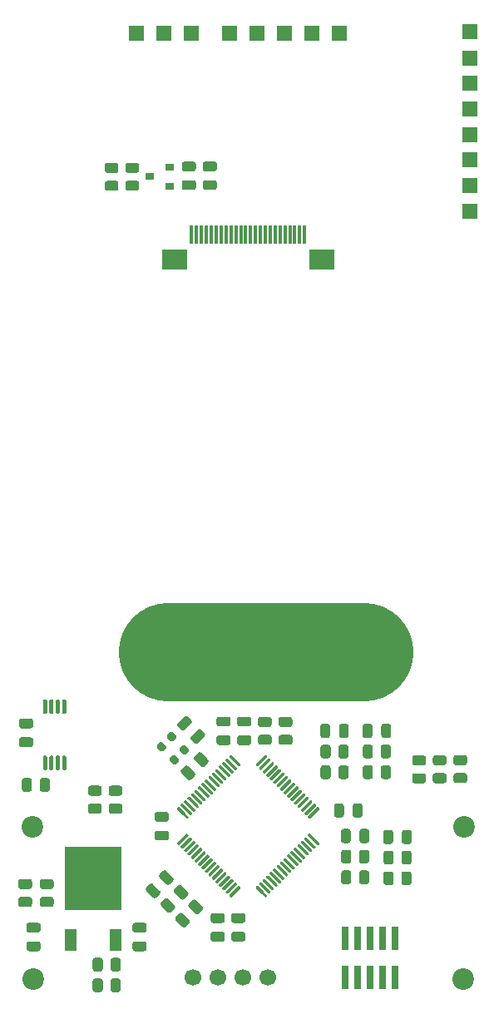
<source format=gbs>
G04 #@! TF.GenerationSoftware,KiCad,Pcbnew,(5.1.12)-1*
G04 #@! TF.CreationDate,2022-09-28T12:59:49-05:00*
G04 #@! TF.ProjectId,Controller_Borad,436f6e74-726f-46c6-9c65-725f426f7261,rev?*
G04 #@! TF.SameCoordinates,Original*
G04 #@! TF.FileFunction,Soldermask,Bot*
G04 #@! TF.FilePolarity,Negative*
%FSLAX46Y46*%
G04 Gerber Fmt 4.6, Leading zero omitted, Abs format (unit mm)*
G04 Created by KiCad (PCBNEW (5.1.12)-1) date 2022-09-28 12:59:49*
%MOMM*%
%LPD*%
G01*
G04 APERTURE LIST*
%ADD10O,30.000000X10.000000*%
%ADD11R,2.500000X2.000000*%
%ADD12R,0.300000X1.900000*%
%ADD13C,2.200000*%
%ADD14R,1.500000X1.500000*%
%ADD15R,0.900000X0.800000*%
%ADD16R,0.740000X2.400000*%
%ADD17R,5.800000X6.400000*%
%ADD18R,1.200000X2.200000*%
%ADD19C,1.700000*%
G04 APERTURE END LIST*
D10*
X241800000Y-101000000D03*
D11*
X232500000Y-61000000D03*
X247500000Y-61000000D03*
D12*
X245750000Y-58500000D03*
X245250000Y-58500000D03*
X244750000Y-58500000D03*
X244250000Y-58500000D03*
X243750000Y-58500000D03*
X243250000Y-58500000D03*
X242750000Y-58500000D03*
X242250000Y-58500000D03*
X241750000Y-58500000D03*
X241250000Y-58500000D03*
X240750000Y-58500000D03*
X240250000Y-58500000D03*
X239750000Y-58500000D03*
X239250000Y-58500000D03*
X238750000Y-58500000D03*
X238250000Y-58500000D03*
X237750000Y-58500000D03*
X237250000Y-58500000D03*
X236750000Y-58500000D03*
X236250000Y-58500000D03*
X235750000Y-58500000D03*
X235250000Y-58500000D03*
X234750000Y-58500000D03*
X234250000Y-58500000D03*
D13*
X218100000Y-134300000D03*
X218000000Y-118800000D03*
X261900000Y-134300000D03*
X262000000Y-118800000D03*
G36*
G01*
X235204073Y-112617678D02*
X234532322Y-111945927D01*
G75*
G02*
X234532322Y-111592373I176777J176777D01*
G01*
X234885875Y-111238820D01*
G75*
G02*
X235239429Y-111238820I176777J-176777D01*
G01*
X235911180Y-111910571D01*
G75*
G02*
X235911180Y-112264125I-176777J-176777D01*
G01*
X235557627Y-112617678D01*
G75*
G02*
X235204073Y-112617678I-176777J176777D01*
G01*
G37*
G36*
G01*
X233860571Y-113961180D02*
X233188820Y-113289429D01*
G75*
G02*
X233188820Y-112935875I176777J176777D01*
G01*
X233542373Y-112582322D01*
G75*
G02*
X233895927Y-112582322I176777J-176777D01*
G01*
X234567678Y-113254073D01*
G75*
G02*
X234567678Y-113607627I-176777J-176777D01*
G01*
X234214125Y-113961180D01*
G75*
G02*
X233860571Y-113961180I-176777J176777D01*
G01*
G37*
G36*
G01*
X234182322Y-109554073D02*
X234854073Y-108882322D01*
G75*
G02*
X235207627Y-108882322I176777J-176777D01*
G01*
X235561180Y-109235875D01*
G75*
G02*
X235561180Y-109589429I-176777J-176777D01*
G01*
X234889429Y-110261180D01*
G75*
G02*
X234535875Y-110261180I-176777J176777D01*
G01*
X234182322Y-109907627D01*
G75*
G02*
X234182322Y-109554073I176777J176777D01*
G01*
G37*
G36*
G01*
X232838820Y-108210571D02*
X233510571Y-107538820D01*
G75*
G02*
X233864125Y-107538820I176777J-176777D01*
G01*
X234217678Y-107892373D01*
G75*
G02*
X234217678Y-108245927I-176777J-176777D01*
G01*
X233545927Y-108917678D01*
G75*
G02*
X233192373Y-108917678I-176777J176777D01*
G01*
X232838820Y-108564125D01*
G75*
G02*
X232838820Y-108210571I176777J176777D01*
G01*
G37*
G36*
G01*
X232588908Y-111473833D02*
X232942461Y-111827386D01*
G75*
G02*
X232942461Y-112110228I-141421J-141421D01*
G01*
X232659618Y-112393071D01*
G75*
G02*
X232376776Y-112393071I-141421J141421D01*
G01*
X232023223Y-112039518D01*
G75*
G02*
X232023223Y-111756676I141421J141421D01*
G01*
X232306066Y-111473833D01*
G75*
G02*
X232588908Y-111473833I141421J-141421D01*
G01*
G37*
G36*
G01*
X233614213Y-110448528D02*
X233967766Y-110802081D01*
G75*
G02*
X233967766Y-111084923I-141421J-141421D01*
G01*
X233684923Y-111367766D01*
G75*
G02*
X233402081Y-111367766I-141421J141421D01*
G01*
X233048528Y-111014213D01*
G75*
G02*
X233048528Y-110731371I141421J141421D01*
G01*
X233331371Y-110448528D01*
G75*
G02*
X233614213Y-110448528I141421J-141421D01*
G01*
G37*
G36*
G01*
X231280761Y-110165686D02*
X231634314Y-110519239D01*
G75*
G02*
X231634314Y-110802081I-141421J-141421D01*
G01*
X231351471Y-111084924D01*
G75*
G02*
X231068629Y-111084924I-141421J141421D01*
G01*
X230715076Y-110731371D01*
G75*
G02*
X230715076Y-110448529I141421J141421D01*
G01*
X230997919Y-110165686D01*
G75*
G02*
X231280761Y-110165686I141421J-141421D01*
G01*
G37*
G36*
G01*
X232306066Y-109140381D02*
X232659619Y-109493934D01*
G75*
G02*
X232659619Y-109776776I-141421J-141421D01*
G01*
X232376776Y-110059619D01*
G75*
G02*
X232093934Y-110059619I-141421J141421D01*
G01*
X231740381Y-109706066D01*
G75*
G02*
X231740381Y-109423224I141421J141421D01*
G01*
X232023224Y-109140381D01*
G75*
G02*
X232306066Y-109140381I141421J-141421D01*
G01*
G37*
G36*
G01*
X219225000Y-111525000D02*
X219425000Y-111525000D01*
G75*
G02*
X219525000Y-111625000I0J-100000D01*
G01*
X219525000Y-112900000D01*
G75*
G02*
X219425000Y-113000000I-100000J0D01*
G01*
X219225000Y-113000000D01*
G75*
G02*
X219125000Y-112900000I0J100000D01*
G01*
X219125000Y-111625000D01*
G75*
G02*
X219225000Y-111525000I100000J0D01*
G01*
G37*
G36*
G01*
X219875000Y-111525000D02*
X220075000Y-111525000D01*
G75*
G02*
X220175000Y-111625000I0J-100000D01*
G01*
X220175000Y-112900000D01*
G75*
G02*
X220075000Y-113000000I-100000J0D01*
G01*
X219875000Y-113000000D01*
G75*
G02*
X219775000Y-112900000I0J100000D01*
G01*
X219775000Y-111625000D01*
G75*
G02*
X219875000Y-111525000I100000J0D01*
G01*
G37*
G36*
G01*
X220525000Y-111525000D02*
X220725000Y-111525000D01*
G75*
G02*
X220825000Y-111625000I0J-100000D01*
G01*
X220825000Y-112900000D01*
G75*
G02*
X220725000Y-113000000I-100000J0D01*
G01*
X220525000Y-113000000D01*
G75*
G02*
X220425000Y-112900000I0J100000D01*
G01*
X220425000Y-111625000D01*
G75*
G02*
X220525000Y-111525000I100000J0D01*
G01*
G37*
G36*
G01*
X221175000Y-111525000D02*
X221375000Y-111525000D01*
G75*
G02*
X221475000Y-111625000I0J-100000D01*
G01*
X221475000Y-112900000D01*
G75*
G02*
X221375000Y-113000000I-100000J0D01*
G01*
X221175000Y-113000000D01*
G75*
G02*
X221075000Y-112900000I0J100000D01*
G01*
X221075000Y-111625000D01*
G75*
G02*
X221175000Y-111525000I100000J0D01*
G01*
G37*
G36*
G01*
X221175000Y-105800000D02*
X221375000Y-105800000D01*
G75*
G02*
X221475000Y-105900000I0J-100000D01*
G01*
X221475000Y-107175000D01*
G75*
G02*
X221375000Y-107275000I-100000J0D01*
G01*
X221175000Y-107275000D01*
G75*
G02*
X221075000Y-107175000I0J100000D01*
G01*
X221075000Y-105900000D01*
G75*
G02*
X221175000Y-105800000I100000J0D01*
G01*
G37*
G36*
G01*
X220525000Y-105800000D02*
X220725000Y-105800000D01*
G75*
G02*
X220825000Y-105900000I0J-100000D01*
G01*
X220825000Y-107175000D01*
G75*
G02*
X220725000Y-107275000I-100000J0D01*
G01*
X220525000Y-107275000D01*
G75*
G02*
X220425000Y-107175000I0J100000D01*
G01*
X220425000Y-105900000D01*
G75*
G02*
X220525000Y-105800000I100000J0D01*
G01*
G37*
G36*
G01*
X219875000Y-105800000D02*
X220075000Y-105800000D01*
G75*
G02*
X220175000Y-105900000I0J-100000D01*
G01*
X220175000Y-107175000D01*
G75*
G02*
X220075000Y-107275000I-100000J0D01*
G01*
X219875000Y-107275000D01*
G75*
G02*
X219775000Y-107175000I0J100000D01*
G01*
X219775000Y-105900000D01*
G75*
G02*
X219875000Y-105800000I100000J0D01*
G01*
G37*
G36*
G01*
X219225000Y-105800000D02*
X219425000Y-105800000D01*
G75*
G02*
X219525000Y-105900000I0J-100000D01*
G01*
X219525000Y-107175000D01*
G75*
G02*
X219425000Y-107275000I-100000J0D01*
G01*
X219225000Y-107275000D01*
G75*
G02*
X219125000Y-107175000I0J100000D01*
G01*
X219125000Y-105900000D01*
G75*
G02*
X219225000Y-105800000I100000J0D01*
G01*
G37*
G36*
G01*
X247230167Y-116985266D02*
X246293251Y-117922182D01*
G75*
G02*
X246187185Y-117922182I-53033J53033D01*
G01*
X246081119Y-117816116D01*
G75*
G02*
X246081119Y-117710050I53033J53033D01*
G01*
X247018035Y-116773134D01*
G75*
G02*
X247124101Y-116773134I53033J-53033D01*
G01*
X247230167Y-116879200D01*
G75*
G02*
X247230167Y-116985266I-53033J-53033D01*
G01*
G37*
G36*
G01*
X246876613Y-116631713D02*
X245939697Y-117568629D01*
G75*
G02*
X245833631Y-117568629I-53033J53033D01*
G01*
X245727565Y-117462563D01*
G75*
G02*
X245727565Y-117356497I53033J53033D01*
G01*
X246664481Y-116419581D01*
G75*
G02*
X246770547Y-116419581I53033J-53033D01*
G01*
X246876613Y-116525647D01*
G75*
G02*
X246876613Y-116631713I-53033J-53033D01*
G01*
G37*
G36*
G01*
X246523060Y-116278159D02*
X245586144Y-117215075D01*
G75*
G02*
X245480078Y-117215075I-53033J53033D01*
G01*
X245374012Y-117109009D01*
G75*
G02*
X245374012Y-117002943I53033J53033D01*
G01*
X246310928Y-116066027D01*
G75*
G02*
X246416994Y-116066027I53033J-53033D01*
G01*
X246523060Y-116172093D01*
G75*
G02*
X246523060Y-116278159I-53033J-53033D01*
G01*
G37*
G36*
G01*
X246169506Y-115924606D02*
X245232590Y-116861522D01*
G75*
G02*
X245126524Y-116861522I-53033J53033D01*
G01*
X245020458Y-116755456D01*
G75*
G02*
X245020458Y-116649390I53033J53033D01*
G01*
X245957374Y-115712474D01*
G75*
G02*
X246063440Y-115712474I53033J-53033D01*
G01*
X246169506Y-115818540D01*
G75*
G02*
X246169506Y-115924606I-53033J-53033D01*
G01*
G37*
G36*
G01*
X245815953Y-115571053D02*
X244879037Y-116507969D01*
G75*
G02*
X244772971Y-116507969I-53033J53033D01*
G01*
X244666905Y-116401903D01*
G75*
G02*
X244666905Y-116295837I53033J53033D01*
G01*
X245603821Y-115358921D01*
G75*
G02*
X245709887Y-115358921I53033J-53033D01*
G01*
X245815953Y-115464987D01*
G75*
G02*
X245815953Y-115571053I-53033J-53033D01*
G01*
G37*
G36*
G01*
X245462400Y-115217499D02*
X244525484Y-116154415D01*
G75*
G02*
X244419418Y-116154415I-53033J53033D01*
G01*
X244313352Y-116048349D01*
G75*
G02*
X244313352Y-115942283I53033J53033D01*
G01*
X245250268Y-115005367D01*
G75*
G02*
X245356334Y-115005367I53033J-53033D01*
G01*
X245462400Y-115111433D01*
G75*
G02*
X245462400Y-115217499I-53033J-53033D01*
G01*
G37*
G36*
G01*
X245108846Y-114863946D02*
X244171930Y-115800862D01*
G75*
G02*
X244065864Y-115800862I-53033J53033D01*
G01*
X243959798Y-115694796D01*
G75*
G02*
X243959798Y-115588730I53033J53033D01*
G01*
X244896714Y-114651814D01*
G75*
G02*
X245002780Y-114651814I53033J-53033D01*
G01*
X245108846Y-114757880D01*
G75*
G02*
X245108846Y-114863946I-53033J-53033D01*
G01*
G37*
G36*
G01*
X244755293Y-114510393D02*
X243818377Y-115447309D01*
G75*
G02*
X243712311Y-115447309I-53033J53033D01*
G01*
X243606245Y-115341243D01*
G75*
G02*
X243606245Y-115235177I53033J53033D01*
G01*
X244543161Y-114298261D01*
G75*
G02*
X244649227Y-114298261I53033J-53033D01*
G01*
X244755293Y-114404327D01*
G75*
G02*
X244755293Y-114510393I-53033J-53033D01*
G01*
G37*
G36*
G01*
X244401739Y-114156839D02*
X243464823Y-115093755D01*
G75*
G02*
X243358757Y-115093755I-53033J53033D01*
G01*
X243252691Y-114987689D01*
G75*
G02*
X243252691Y-114881623I53033J53033D01*
G01*
X244189607Y-113944707D01*
G75*
G02*
X244295673Y-113944707I53033J-53033D01*
G01*
X244401739Y-114050773D01*
G75*
G02*
X244401739Y-114156839I-53033J-53033D01*
G01*
G37*
G36*
G01*
X244048186Y-113803286D02*
X243111270Y-114740202D01*
G75*
G02*
X243005204Y-114740202I-53033J53033D01*
G01*
X242899138Y-114634136D01*
G75*
G02*
X242899138Y-114528070I53033J53033D01*
G01*
X243836054Y-113591154D01*
G75*
G02*
X243942120Y-113591154I53033J-53033D01*
G01*
X244048186Y-113697220D01*
G75*
G02*
X244048186Y-113803286I-53033J-53033D01*
G01*
G37*
G36*
G01*
X243694633Y-113449732D02*
X242757717Y-114386648D01*
G75*
G02*
X242651651Y-114386648I-53033J53033D01*
G01*
X242545585Y-114280582D01*
G75*
G02*
X242545585Y-114174516I53033J53033D01*
G01*
X243482501Y-113237600D01*
G75*
G02*
X243588567Y-113237600I53033J-53033D01*
G01*
X243694633Y-113343666D01*
G75*
G02*
X243694633Y-113449732I-53033J-53033D01*
G01*
G37*
G36*
G01*
X243341079Y-113096179D02*
X242404163Y-114033095D01*
G75*
G02*
X242298097Y-114033095I-53033J53033D01*
G01*
X242192031Y-113927029D01*
G75*
G02*
X242192031Y-113820963I53033J53033D01*
G01*
X243128947Y-112884047D01*
G75*
G02*
X243235013Y-112884047I53033J-53033D01*
G01*
X243341079Y-112990113D01*
G75*
G02*
X243341079Y-113096179I-53033J-53033D01*
G01*
G37*
G36*
G01*
X242987526Y-112742626D02*
X242050610Y-113679542D01*
G75*
G02*
X241944544Y-113679542I-53033J53033D01*
G01*
X241838478Y-113573476D01*
G75*
G02*
X241838478Y-113467410I53033J53033D01*
G01*
X242775394Y-112530494D01*
G75*
G02*
X242881460Y-112530494I53033J-53033D01*
G01*
X242987526Y-112636560D01*
G75*
G02*
X242987526Y-112742626I-53033J-53033D01*
G01*
G37*
G36*
G01*
X242633973Y-112389072D02*
X241697057Y-113325988D01*
G75*
G02*
X241590991Y-113325988I-53033J53033D01*
G01*
X241484925Y-113219922D01*
G75*
G02*
X241484925Y-113113856I53033J53033D01*
G01*
X242421841Y-112176940D01*
G75*
G02*
X242527907Y-112176940I53033J-53033D01*
G01*
X242633973Y-112283006D01*
G75*
G02*
X242633973Y-112389072I-53033J-53033D01*
G01*
G37*
G36*
G01*
X242280419Y-112035519D02*
X241343503Y-112972435D01*
G75*
G02*
X241237437Y-112972435I-53033J53033D01*
G01*
X241131371Y-112866369D01*
G75*
G02*
X241131371Y-112760303I53033J53033D01*
G01*
X242068287Y-111823387D01*
G75*
G02*
X242174353Y-111823387I53033J-53033D01*
G01*
X242280419Y-111929453D01*
G75*
G02*
X242280419Y-112035519I-53033J-53033D01*
G01*
G37*
G36*
G01*
X241926866Y-111681965D02*
X240989950Y-112618881D01*
G75*
G02*
X240883884Y-112618881I-53033J53033D01*
G01*
X240777818Y-112512815D01*
G75*
G02*
X240777818Y-112406749I53033J53033D01*
G01*
X241714734Y-111469833D01*
G75*
G02*
X241820800Y-111469833I53033J-53033D01*
G01*
X241926866Y-111575899D01*
G75*
G02*
X241926866Y-111681965I-53033J-53033D01*
G01*
G37*
G36*
G01*
X239222182Y-112512815D02*
X239116116Y-112618881D01*
G75*
G02*
X239010050Y-112618881I-53033J53033D01*
G01*
X238073134Y-111681965D01*
G75*
G02*
X238073134Y-111575899I53033J53033D01*
G01*
X238179200Y-111469833D01*
G75*
G02*
X238285266Y-111469833I53033J-53033D01*
G01*
X239222182Y-112406749D01*
G75*
G02*
X239222182Y-112512815I-53033J-53033D01*
G01*
G37*
G36*
G01*
X238868629Y-112866369D02*
X238762563Y-112972435D01*
G75*
G02*
X238656497Y-112972435I-53033J53033D01*
G01*
X237719581Y-112035519D01*
G75*
G02*
X237719581Y-111929453I53033J53033D01*
G01*
X237825647Y-111823387D01*
G75*
G02*
X237931713Y-111823387I53033J-53033D01*
G01*
X238868629Y-112760303D01*
G75*
G02*
X238868629Y-112866369I-53033J-53033D01*
G01*
G37*
G36*
G01*
X238515075Y-113219922D02*
X238409009Y-113325988D01*
G75*
G02*
X238302943Y-113325988I-53033J53033D01*
G01*
X237366027Y-112389072D01*
G75*
G02*
X237366027Y-112283006I53033J53033D01*
G01*
X237472093Y-112176940D01*
G75*
G02*
X237578159Y-112176940I53033J-53033D01*
G01*
X238515075Y-113113856D01*
G75*
G02*
X238515075Y-113219922I-53033J-53033D01*
G01*
G37*
G36*
G01*
X238161522Y-113573476D02*
X238055456Y-113679542D01*
G75*
G02*
X237949390Y-113679542I-53033J53033D01*
G01*
X237012474Y-112742626D01*
G75*
G02*
X237012474Y-112636560I53033J53033D01*
G01*
X237118540Y-112530494D01*
G75*
G02*
X237224606Y-112530494I53033J-53033D01*
G01*
X238161522Y-113467410D01*
G75*
G02*
X238161522Y-113573476I-53033J-53033D01*
G01*
G37*
G36*
G01*
X237807969Y-113927029D02*
X237701903Y-114033095D01*
G75*
G02*
X237595837Y-114033095I-53033J53033D01*
G01*
X236658921Y-113096179D01*
G75*
G02*
X236658921Y-112990113I53033J53033D01*
G01*
X236764987Y-112884047D01*
G75*
G02*
X236871053Y-112884047I53033J-53033D01*
G01*
X237807969Y-113820963D01*
G75*
G02*
X237807969Y-113927029I-53033J-53033D01*
G01*
G37*
G36*
G01*
X237454415Y-114280582D02*
X237348349Y-114386648D01*
G75*
G02*
X237242283Y-114386648I-53033J53033D01*
G01*
X236305367Y-113449732D01*
G75*
G02*
X236305367Y-113343666I53033J53033D01*
G01*
X236411433Y-113237600D01*
G75*
G02*
X236517499Y-113237600I53033J-53033D01*
G01*
X237454415Y-114174516D01*
G75*
G02*
X237454415Y-114280582I-53033J-53033D01*
G01*
G37*
G36*
G01*
X237100862Y-114634136D02*
X236994796Y-114740202D01*
G75*
G02*
X236888730Y-114740202I-53033J53033D01*
G01*
X235951814Y-113803286D01*
G75*
G02*
X235951814Y-113697220I53033J53033D01*
G01*
X236057880Y-113591154D01*
G75*
G02*
X236163946Y-113591154I53033J-53033D01*
G01*
X237100862Y-114528070D01*
G75*
G02*
X237100862Y-114634136I-53033J-53033D01*
G01*
G37*
G36*
G01*
X236747309Y-114987689D02*
X236641243Y-115093755D01*
G75*
G02*
X236535177Y-115093755I-53033J53033D01*
G01*
X235598261Y-114156839D01*
G75*
G02*
X235598261Y-114050773I53033J53033D01*
G01*
X235704327Y-113944707D01*
G75*
G02*
X235810393Y-113944707I53033J-53033D01*
G01*
X236747309Y-114881623D01*
G75*
G02*
X236747309Y-114987689I-53033J-53033D01*
G01*
G37*
G36*
G01*
X236393755Y-115341243D02*
X236287689Y-115447309D01*
G75*
G02*
X236181623Y-115447309I-53033J53033D01*
G01*
X235244707Y-114510393D01*
G75*
G02*
X235244707Y-114404327I53033J53033D01*
G01*
X235350773Y-114298261D01*
G75*
G02*
X235456839Y-114298261I53033J-53033D01*
G01*
X236393755Y-115235177D01*
G75*
G02*
X236393755Y-115341243I-53033J-53033D01*
G01*
G37*
G36*
G01*
X236040202Y-115694796D02*
X235934136Y-115800862D01*
G75*
G02*
X235828070Y-115800862I-53033J53033D01*
G01*
X234891154Y-114863946D01*
G75*
G02*
X234891154Y-114757880I53033J53033D01*
G01*
X234997220Y-114651814D01*
G75*
G02*
X235103286Y-114651814I53033J-53033D01*
G01*
X236040202Y-115588730D01*
G75*
G02*
X236040202Y-115694796I-53033J-53033D01*
G01*
G37*
G36*
G01*
X235686648Y-116048349D02*
X235580582Y-116154415D01*
G75*
G02*
X235474516Y-116154415I-53033J53033D01*
G01*
X234537600Y-115217499D01*
G75*
G02*
X234537600Y-115111433I53033J53033D01*
G01*
X234643666Y-115005367D01*
G75*
G02*
X234749732Y-115005367I53033J-53033D01*
G01*
X235686648Y-115942283D01*
G75*
G02*
X235686648Y-116048349I-53033J-53033D01*
G01*
G37*
G36*
G01*
X235333095Y-116401903D02*
X235227029Y-116507969D01*
G75*
G02*
X235120963Y-116507969I-53033J53033D01*
G01*
X234184047Y-115571053D01*
G75*
G02*
X234184047Y-115464987I53033J53033D01*
G01*
X234290113Y-115358921D01*
G75*
G02*
X234396179Y-115358921I53033J-53033D01*
G01*
X235333095Y-116295837D01*
G75*
G02*
X235333095Y-116401903I-53033J-53033D01*
G01*
G37*
G36*
G01*
X234979542Y-116755456D02*
X234873476Y-116861522D01*
G75*
G02*
X234767410Y-116861522I-53033J53033D01*
G01*
X233830494Y-115924606D01*
G75*
G02*
X233830494Y-115818540I53033J53033D01*
G01*
X233936560Y-115712474D01*
G75*
G02*
X234042626Y-115712474I53033J-53033D01*
G01*
X234979542Y-116649390D01*
G75*
G02*
X234979542Y-116755456I-53033J-53033D01*
G01*
G37*
G36*
G01*
X234625988Y-117109009D02*
X234519922Y-117215075D01*
G75*
G02*
X234413856Y-117215075I-53033J53033D01*
G01*
X233476940Y-116278159D01*
G75*
G02*
X233476940Y-116172093I53033J53033D01*
G01*
X233583006Y-116066027D01*
G75*
G02*
X233689072Y-116066027I53033J-53033D01*
G01*
X234625988Y-117002943D01*
G75*
G02*
X234625988Y-117109009I-53033J-53033D01*
G01*
G37*
G36*
G01*
X234272435Y-117462563D02*
X234166369Y-117568629D01*
G75*
G02*
X234060303Y-117568629I-53033J53033D01*
G01*
X233123387Y-116631713D01*
G75*
G02*
X233123387Y-116525647I53033J53033D01*
G01*
X233229453Y-116419581D01*
G75*
G02*
X233335519Y-116419581I53033J-53033D01*
G01*
X234272435Y-117356497D01*
G75*
G02*
X234272435Y-117462563I-53033J-53033D01*
G01*
G37*
G36*
G01*
X233918881Y-117816116D02*
X233812815Y-117922182D01*
G75*
G02*
X233706749Y-117922182I-53033J53033D01*
G01*
X232769833Y-116985266D01*
G75*
G02*
X232769833Y-116879200I53033J53033D01*
G01*
X232875899Y-116773134D01*
G75*
G02*
X232981965Y-116773134I53033J-53033D01*
G01*
X233918881Y-117710050D01*
G75*
G02*
X233918881Y-117816116I-53033J-53033D01*
G01*
G37*
G36*
G01*
X233918881Y-119689950D02*
X232981965Y-120626866D01*
G75*
G02*
X232875899Y-120626866I-53033J53033D01*
G01*
X232769833Y-120520800D01*
G75*
G02*
X232769833Y-120414734I53033J53033D01*
G01*
X233706749Y-119477818D01*
G75*
G02*
X233812815Y-119477818I53033J-53033D01*
G01*
X233918881Y-119583884D01*
G75*
G02*
X233918881Y-119689950I-53033J-53033D01*
G01*
G37*
G36*
G01*
X234272435Y-120043503D02*
X233335519Y-120980419D01*
G75*
G02*
X233229453Y-120980419I-53033J53033D01*
G01*
X233123387Y-120874353D01*
G75*
G02*
X233123387Y-120768287I53033J53033D01*
G01*
X234060303Y-119831371D01*
G75*
G02*
X234166369Y-119831371I53033J-53033D01*
G01*
X234272435Y-119937437D01*
G75*
G02*
X234272435Y-120043503I-53033J-53033D01*
G01*
G37*
G36*
G01*
X234625988Y-120397057D02*
X233689072Y-121333973D01*
G75*
G02*
X233583006Y-121333973I-53033J53033D01*
G01*
X233476940Y-121227907D01*
G75*
G02*
X233476940Y-121121841I53033J53033D01*
G01*
X234413856Y-120184925D01*
G75*
G02*
X234519922Y-120184925I53033J-53033D01*
G01*
X234625988Y-120290991D01*
G75*
G02*
X234625988Y-120397057I-53033J-53033D01*
G01*
G37*
G36*
G01*
X234979542Y-120750610D02*
X234042626Y-121687526D01*
G75*
G02*
X233936560Y-121687526I-53033J53033D01*
G01*
X233830494Y-121581460D01*
G75*
G02*
X233830494Y-121475394I53033J53033D01*
G01*
X234767410Y-120538478D01*
G75*
G02*
X234873476Y-120538478I53033J-53033D01*
G01*
X234979542Y-120644544D01*
G75*
G02*
X234979542Y-120750610I-53033J-53033D01*
G01*
G37*
G36*
G01*
X235333095Y-121104163D02*
X234396179Y-122041079D01*
G75*
G02*
X234290113Y-122041079I-53033J53033D01*
G01*
X234184047Y-121935013D01*
G75*
G02*
X234184047Y-121828947I53033J53033D01*
G01*
X235120963Y-120892031D01*
G75*
G02*
X235227029Y-120892031I53033J-53033D01*
G01*
X235333095Y-120998097D01*
G75*
G02*
X235333095Y-121104163I-53033J-53033D01*
G01*
G37*
G36*
G01*
X235686648Y-121457717D02*
X234749732Y-122394633D01*
G75*
G02*
X234643666Y-122394633I-53033J53033D01*
G01*
X234537600Y-122288567D01*
G75*
G02*
X234537600Y-122182501I53033J53033D01*
G01*
X235474516Y-121245585D01*
G75*
G02*
X235580582Y-121245585I53033J-53033D01*
G01*
X235686648Y-121351651D01*
G75*
G02*
X235686648Y-121457717I-53033J-53033D01*
G01*
G37*
G36*
G01*
X236040202Y-121811270D02*
X235103286Y-122748186D01*
G75*
G02*
X234997220Y-122748186I-53033J53033D01*
G01*
X234891154Y-122642120D01*
G75*
G02*
X234891154Y-122536054I53033J53033D01*
G01*
X235828070Y-121599138D01*
G75*
G02*
X235934136Y-121599138I53033J-53033D01*
G01*
X236040202Y-121705204D01*
G75*
G02*
X236040202Y-121811270I-53033J-53033D01*
G01*
G37*
G36*
G01*
X236393755Y-122164823D02*
X235456839Y-123101739D01*
G75*
G02*
X235350773Y-123101739I-53033J53033D01*
G01*
X235244707Y-122995673D01*
G75*
G02*
X235244707Y-122889607I53033J53033D01*
G01*
X236181623Y-121952691D01*
G75*
G02*
X236287689Y-121952691I53033J-53033D01*
G01*
X236393755Y-122058757D01*
G75*
G02*
X236393755Y-122164823I-53033J-53033D01*
G01*
G37*
G36*
G01*
X236747309Y-122518377D02*
X235810393Y-123455293D01*
G75*
G02*
X235704327Y-123455293I-53033J53033D01*
G01*
X235598261Y-123349227D01*
G75*
G02*
X235598261Y-123243161I53033J53033D01*
G01*
X236535177Y-122306245D01*
G75*
G02*
X236641243Y-122306245I53033J-53033D01*
G01*
X236747309Y-122412311D01*
G75*
G02*
X236747309Y-122518377I-53033J-53033D01*
G01*
G37*
G36*
G01*
X237100862Y-122871930D02*
X236163946Y-123808846D01*
G75*
G02*
X236057880Y-123808846I-53033J53033D01*
G01*
X235951814Y-123702780D01*
G75*
G02*
X235951814Y-123596714I53033J53033D01*
G01*
X236888730Y-122659798D01*
G75*
G02*
X236994796Y-122659798I53033J-53033D01*
G01*
X237100862Y-122765864D01*
G75*
G02*
X237100862Y-122871930I-53033J-53033D01*
G01*
G37*
G36*
G01*
X237454415Y-123225484D02*
X236517499Y-124162400D01*
G75*
G02*
X236411433Y-124162400I-53033J53033D01*
G01*
X236305367Y-124056334D01*
G75*
G02*
X236305367Y-123950268I53033J53033D01*
G01*
X237242283Y-123013352D01*
G75*
G02*
X237348349Y-123013352I53033J-53033D01*
G01*
X237454415Y-123119418D01*
G75*
G02*
X237454415Y-123225484I-53033J-53033D01*
G01*
G37*
G36*
G01*
X237807969Y-123579037D02*
X236871053Y-124515953D01*
G75*
G02*
X236764987Y-124515953I-53033J53033D01*
G01*
X236658921Y-124409887D01*
G75*
G02*
X236658921Y-124303821I53033J53033D01*
G01*
X237595837Y-123366905D01*
G75*
G02*
X237701903Y-123366905I53033J-53033D01*
G01*
X237807969Y-123472971D01*
G75*
G02*
X237807969Y-123579037I-53033J-53033D01*
G01*
G37*
G36*
G01*
X238161522Y-123932590D02*
X237224606Y-124869506D01*
G75*
G02*
X237118540Y-124869506I-53033J53033D01*
G01*
X237012474Y-124763440D01*
G75*
G02*
X237012474Y-124657374I53033J53033D01*
G01*
X237949390Y-123720458D01*
G75*
G02*
X238055456Y-123720458I53033J-53033D01*
G01*
X238161522Y-123826524D01*
G75*
G02*
X238161522Y-123932590I-53033J-53033D01*
G01*
G37*
G36*
G01*
X238515075Y-124286144D02*
X237578159Y-125223060D01*
G75*
G02*
X237472093Y-125223060I-53033J53033D01*
G01*
X237366027Y-125116994D01*
G75*
G02*
X237366027Y-125010928I53033J53033D01*
G01*
X238302943Y-124074012D01*
G75*
G02*
X238409009Y-124074012I53033J-53033D01*
G01*
X238515075Y-124180078D01*
G75*
G02*
X238515075Y-124286144I-53033J-53033D01*
G01*
G37*
G36*
G01*
X238868629Y-124639697D02*
X237931713Y-125576613D01*
G75*
G02*
X237825647Y-125576613I-53033J53033D01*
G01*
X237719581Y-125470547D01*
G75*
G02*
X237719581Y-125364481I53033J53033D01*
G01*
X238656497Y-124427565D01*
G75*
G02*
X238762563Y-124427565I53033J-53033D01*
G01*
X238868629Y-124533631D01*
G75*
G02*
X238868629Y-124639697I-53033J-53033D01*
G01*
G37*
G36*
G01*
X239222182Y-124993251D02*
X238285266Y-125930167D01*
G75*
G02*
X238179200Y-125930167I-53033J53033D01*
G01*
X238073134Y-125824101D01*
G75*
G02*
X238073134Y-125718035I53033J53033D01*
G01*
X239010050Y-124781119D01*
G75*
G02*
X239116116Y-124781119I53033J-53033D01*
G01*
X239222182Y-124887185D01*
G75*
G02*
X239222182Y-124993251I-53033J-53033D01*
G01*
G37*
G36*
G01*
X241926866Y-125824101D02*
X241820800Y-125930167D01*
G75*
G02*
X241714734Y-125930167I-53033J53033D01*
G01*
X240777818Y-124993251D01*
G75*
G02*
X240777818Y-124887185I53033J53033D01*
G01*
X240883884Y-124781119D01*
G75*
G02*
X240989950Y-124781119I53033J-53033D01*
G01*
X241926866Y-125718035D01*
G75*
G02*
X241926866Y-125824101I-53033J-53033D01*
G01*
G37*
G36*
G01*
X242280419Y-125470547D02*
X242174353Y-125576613D01*
G75*
G02*
X242068287Y-125576613I-53033J53033D01*
G01*
X241131371Y-124639697D01*
G75*
G02*
X241131371Y-124533631I53033J53033D01*
G01*
X241237437Y-124427565D01*
G75*
G02*
X241343503Y-124427565I53033J-53033D01*
G01*
X242280419Y-125364481D01*
G75*
G02*
X242280419Y-125470547I-53033J-53033D01*
G01*
G37*
G36*
G01*
X242633973Y-125116994D02*
X242527907Y-125223060D01*
G75*
G02*
X242421841Y-125223060I-53033J53033D01*
G01*
X241484925Y-124286144D01*
G75*
G02*
X241484925Y-124180078I53033J53033D01*
G01*
X241590991Y-124074012D01*
G75*
G02*
X241697057Y-124074012I53033J-53033D01*
G01*
X242633973Y-125010928D01*
G75*
G02*
X242633973Y-125116994I-53033J-53033D01*
G01*
G37*
G36*
G01*
X242987526Y-124763440D02*
X242881460Y-124869506D01*
G75*
G02*
X242775394Y-124869506I-53033J53033D01*
G01*
X241838478Y-123932590D01*
G75*
G02*
X241838478Y-123826524I53033J53033D01*
G01*
X241944544Y-123720458D01*
G75*
G02*
X242050610Y-123720458I53033J-53033D01*
G01*
X242987526Y-124657374D01*
G75*
G02*
X242987526Y-124763440I-53033J-53033D01*
G01*
G37*
G36*
G01*
X243341079Y-124409887D02*
X243235013Y-124515953D01*
G75*
G02*
X243128947Y-124515953I-53033J53033D01*
G01*
X242192031Y-123579037D01*
G75*
G02*
X242192031Y-123472971I53033J53033D01*
G01*
X242298097Y-123366905D01*
G75*
G02*
X242404163Y-123366905I53033J-53033D01*
G01*
X243341079Y-124303821D01*
G75*
G02*
X243341079Y-124409887I-53033J-53033D01*
G01*
G37*
G36*
G01*
X243694633Y-124056334D02*
X243588567Y-124162400D01*
G75*
G02*
X243482501Y-124162400I-53033J53033D01*
G01*
X242545585Y-123225484D01*
G75*
G02*
X242545585Y-123119418I53033J53033D01*
G01*
X242651651Y-123013352D01*
G75*
G02*
X242757717Y-123013352I53033J-53033D01*
G01*
X243694633Y-123950268D01*
G75*
G02*
X243694633Y-124056334I-53033J-53033D01*
G01*
G37*
G36*
G01*
X244048186Y-123702780D02*
X243942120Y-123808846D01*
G75*
G02*
X243836054Y-123808846I-53033J53033D01*
G01*
X242899138Y-122871930D01*
G75*
G02*
X242899138Y-122765864I53033J53033D01*
G01*
X243005204Y-122659798D01*
G75*
G02*
X243111270Y-122659798I53033J-53033D01*
G01*
X244048186Y-123596714D01*
G75*
G02*
X244048186Y-123702780I-53033J-53033D01*
G01*
G37*
G36*
G01*
X244401739Y-123349227D02*
X244295673Y-123455293D01*
G75*
G02*
X244189607Y-123455293I-53033J53033D01*
G01*
X243252691Y-122518377D01*
G75*
G02*
X243252691Y-122412311I53033J53033D01*
G01*
X243358757Y-122306245D01*
G75*
G02*
X243464823Y-122306245I53033J-53033D01*
G01*
X244401739Y-123243161D01*
G75*
G02*
X244401739Y-123349227I-53033J-53033D01*
G01*
G37*
G36*
G01*
X244755293Y-122995673D02*
X244649227Y-123101739D01*
G75*
G02*
X244543161Y-123101739I-53033J53033D01*
G01*
X243606245Y-122164823D01*
G75*
G02*
X243606245Y-122058757I53033J53033D01*
G01*
X243712311Y-121952691D01*
G75*
G02*
X243818377Y-121952691I53033J-53033D01*
G01*
X244755293Y-122889607D01*
G75*
G02*
X244755293Y-122995673I-53033J-53033D01*
G01*
G37*
G36*
G01*
X245108846Y-122642120D02*
X245002780Y-122748186D01*
G75*
G02*
X244896714Y-122748186I-53033J53033D01*
G01*
X243959798Y-121811270D01*
G75*
G02*
X243959798Y-121705204I53033J53033D01*
G01*
X244065864Y-121599138D01*
G75*
G02*
X244171930Y-121599138I53033J-53033D01*
G01*
X245108846Y-122536054D01*
G75*
G02*
X245108846Y-122642120I-53033J-53033D01*
G01*
G37*
G36*
G01*
X245462400Y-122288567D02*
X245356334Y-122394633D01*
G75*
G02*
X245250268Y-122394633I-53033J53033D01*
G01*
X244313352Y-121457717D01*
G75*
G02*
X244313352Y-121351651I53033J53033D01*
G01*
X244419418Y-121245585D01*
G75*
G02*
X244525484Y-121245585I53033J-53033D01*
G01*
X245462400Y-122182501D01*
G75*
G02*
X245462400Y-122288567I-53033J-53033D01*
G01*
G37*
G36*
G01*
X245815953Y-121935013D02*
X245709887Y-122041079D01*
G75*
G02*
X245603821Y-122041079I-53033J53033D01*
G01*
X244666905Y-121104163D01*
G75*
G02*
X244666905Y-120998097I53033J53033D01*
G01*
X244772971Y-120892031D01*
G75*
G02*
X244879037Y-120892031I53033J-53033D01*
G01*
X245815953Y-121828947D01*
G75*
G02*
X245815953Y-121935013I-53033J-53033D01*
G01*
G37*
G36*
G01*
X246169506Y-121581460D02*
X246063440Y-121687526D01*
G75*
G02*
X245957374Y-121687526I-53033J53033D01*
G01*
X245020458Y-120750610D01*
G75*
G02*
X245020458Y-120644544I53033J53033D01*
G01*
X245126524Y-120538478D01*
G75*
G02*
X245232590Y-120538478I53033J-53033D01*
G01*
X246169506Y-121475394D01*
G75*
G02*
X246169506Y-121581460I-53033J-53033D01*
G01*
G37*
G36*
G01*
X246523060Y-121227907D02*
X246416994Y-121333973D01*
G75*
G02*
X246310928Y-121333973I-53033J53033D01*
G01*
X245374012Y-120397057D01*
G75*
G02*
X245374012Y-120290991I53033J53033D01*
G01*
X245480078Y-120184925D01*
G75*
G02*
X245586144Y-120184925I53033J-53033D01*
G01*
X246523060Y-121121841D01*
G75*
G02*
X246523060Y-121227907I-53033J-53033D01*
G01*
G37*
G36*
G01*
X246876613Y-120874353D02*
X246770547Y-120980419D01*
G75*
G02*
X246664481Y-120980419I-53033J53033D01*
G01*
X245727565Y-120043503D01*
G75*
G02*
X245727565Y-119937437I53033J53033D01*
G01*
X245833631Y-119831371D01*
G75*
G02*
X245939697Y-119831371I53033J-53033D01*
G01*
X246876613Y-120768287D01*
G75*
G02*
X246876613Y-120874353I-53033J-53033D01*
G01*
G37*
G36*
G01*
X247230167Y-120520800D02*
X247124101Y-120626866D01*
G75*
G02*
X247018035Y-120626866I-53033J53033D01*
G01*
X246081119Y-119689950D01*
G75*
G02*
X246081119Y-119583884I53033J53033D01*
G01*
X246187185Y-119477818D01*
G75*
G02*
X246293251Y-119477818I53033J-53033D01*
G01*
X247230167Y-120414734D01*
G75*
G02*
X247230167Y-120520800I-53033J-53033D01*
G01*
G37*
D14*
X228600000Y-38000000D03*
X262600000Y-37800000D03*
X262600000Y-40500000D03*
X262600000Y-43100000D03*
X262600000Y-45700000D03*
X262600000Y-48300000D03*
X262600000Y-50900000D03*
X262600000Y-53500000D03*
X262600000Y-56100000D03*
X249300000Y-38000000D03*
X246500000Y-38000000D03*
X243700000Y-38000000D03*
X240900000Y-38000000D03*
X238100000Y-38000000D03*
X234200000Y-38000000D03*
X231400000Y-38000000D03*
G36*
G01*
X253500000Y-111550002D02*
X253500000Y-110649998D01*
G75*
G02*
X253749998Y-110400000I249998J0D01*
G01*
X254275002Y-110400000D01*
G75*
G02*
X254525000Y-110649998I0J-249998D01*
G01*
X254525000Y-111550002D01*
G75*
G02*
X254275002Y-111800000I-249998J0D01*
G01*
X253749998Y-111800000D01*
G75*
G02*
X253500000Y-111550002I0J249998D01*
G01*
G37*
G36*
G01*
X251675000Y-111550002D02*
X251675000Y-110649998D01*
G75*
G02*
X251924998Y-110400000I249998J0D01*
G01*
X252450002Y-110400000D01*
G75*
G02*
X252700000Y-110649998I0J-249998D01*
G01*
X252700000Y-111550002D01*
G75*
G02*
X252450002Y-111800000I-249998J0D01*
G01*
X251924998Y-111800000D01*
G75*
G02*
X251675000Y-111550002I0J249998D01*
G01*
G37*
G36*
G01*
X252700000Y-112749998D02*
X252700000Y-113650002D01*
G75*
G02*
X252450002Y-113900000I-249998J0D01*
G01*
X251924998Y-113900000D01*
G75*
G02*
X251675000Y-113650002I0J249998D01*
G01*
X251675000Y-112749998D01*
G75*
G02*
X251924998Y-112500000I249998J0D01*
G01*
X252450002Y-112500000D01*
G75*
G02*
X252700000Y-112749998I0J-249998D01*
G01*
G37*
G36*
G01*
X254525000Y-112749998D02*
X254525000Y-113650002D01*
G75*
G02*
X254275002Y-113900000I-249998J0D01*
G01*
X253749998Y-113900000D01*
G75*
G02*
X253500000Y-113650002I0J249998D01*
G01*
X253500000Y-112749998D01*
G75*
G02*
X253749998Y-112500000I249998J0D01*
G01*
X254275002Y-112500000D01*
G75*
G02*
X254525000Y-112749998I0J-249998D01*
G01*
G37*
G36*
G01*
X255600000Y-122350002D02*
X255600000Y-121449998D01*
G75*
G02*
X255849998Y-121200000I249998J0D01*
G01*
X256375002Y-121200000D01*
G75*
G02*
X256625000Y-121449998I0J-249998D01*
G01*
X256625000Y-122350002D01*
G75*
G02*
X256375002Y-122600000I-249998J0D01*
G01*
X255849998Y-122600000D01*
G75*
G02*
X255600000Y-122350002I0J249998D01*
G01*
G37*
G36*
G01*
X253775000Y-122350002D02*
X253775000Y-121449998D01*
G75*
G02*
X254024998Y-121200000I249998J0D01*
G01*
X254550002Y-121200000D01*
G75*
G02*
X254800000Y-121449998I0J-249998D01*
G01*
X254800000Y-122350002D01*
G75*
G02*
X254550002Y-122600000I-249998J0D01*
G01*
X254024998Y-122600000D01*
G75*
G02*
X253775000Y-122350002I0J249998D01*
G01*
G37*
G36*
G01*
X254800000Y-123549998D02*
X254800000Y-124450002D01*
G75*
G02*
X254550002Y-124700000I-249998J0D01*
G01*
X254024998Y-124700000D01*
G75*
G02*
X253775000Y-124450002I0J249998D01*
G01*
X253775000Y-123549998D01*
G75*
G02*
X254024998Y-123300000I249998J0D01*
G01*
X254550002Y-123300000D01*
G75*
G02*
X254800000Y-123549998I0J-249998D01*
G01*
G37*
G36*
G01*
X256625000Y-123549998D02*
X256625000Y-124450002D01*
G75*
G02*
X256375002Y-124700000I-249998J0D01*
G01*
X255849998Y-124700000D01*
G75*
G02*
X255600000Y-124450002I0J249998D01*
G01*
X255600000Y-123549998D01*
G75*
G02*
X255849998Y-123300000I249998J0D01*
G01*
X256375002Y-123300000D01*
G75*
G02*
X256625000Y-123549998I0J-249998D01*
G01*
G37*
G36*
G01*
X242150002Y-108600000D02*
X241249998Y-108600000D01*
G75*
G02*
X241000000Y-108350002I0J249998D01*
G01*
X241000000Y-107824998D01*
G75*
G02*
X241249998Y-107575000I249998J0D01*
G01*
X242150002Y-107575000D01*
G75*
G02*
X242400000Y-107824998I0J-249998D01*
G01*
X242400000Y-108350002D01*
G75*
G02*
X242150002Y-108600000I-249998J0D01*
G01*
G37*
G36*
G01*
X242150002Y-110425000D02*
X241249998Y-110425000D01*
G75*
G02*
X241000000Y-110175002I0J249998D01*
G01*
X241000000Y-109649998D01*
G75*
G02*
X241249998Y-109400000I249998J0D01*
G01*
X242150002Y-109400000D01*
G75*
G02*
X242400000Y-109649998I0J-249998D01*
G01*
X242400000Y-110175002D01*
G75*
G02*
X242150002Y-110425000I-249998J0D01*
G01*
G37*
G36*
G01*
X243349998Y-109400000D02*
X244250002Y-109400000D01*
G75*
G02*
X244500000Y-109649998I0J-249998D01*
G01*
X244500000Y-110175002D01*
G75*
G02*
X244250002Y-110425000I-249998J0D01*
G01*
X243349998Y-110425000D01*
G75*
G02*
X243100000Y-110175002I0J249998D01*
G01*
X243100000Y-109649998D01*
G75*
G02*
X243349998Y-109400000I249998J0D01*
G01*
G37*
G36*
G01*
X243349998Y-107575000D02*
X244250002Y-107575000D01*
G75*
G02*
X244500000Y-107824998I0J-249998D01*
G01*
X244500000Y-108350002D01*
G75*
G02*
X244250002Y-108600000I-249998J0D01*
G01*
X243349998Y-108600000D01*
G75*
G02*
X243100000Y-108350002I0J249998D01*
G01*
X243100000Y-107824998D01*
G75*
G02*
X243349998Y-107575000I249998J0D01*
G01*
G37*
G36*
G01*
X251300000Y-122250002D02*
X251300000Y-121349998D01*
G75*
G02*
X251549998Y-121100000I249998J0D01*
G01*
X252075002Y-121100000D01*
G75*
G02*
X252325000Y-121349998I0J-249998D01*
G01*
X252325000Y-122250002D01*
G75*
G02*
X252075002Y-122500000I-249998J0D01*
G01*
X251549998Y-122500000D01*
G75*
G02*
X251300000Y-122250002I0J249998D01*
G01*
G37*
G36*
G01*
X249475000Y-122250002D02*
X249475000Y-121349998D01*
G75*
G02*
X249724998Y-121100000I249998J0D01*
G01*
X250250002Y-121100000D01*
G75*
G02*
X250500000Y-121349998I0J-249998D01*
G01*
X250500000Y-122250002D01*
G75*
G02*
X250250002Y-122500000I-249998J0D01*
G01*
X249724998Y-122500000D01*
G75*
G02*
X249475000Y-122250002I0J249998D01*
G01*
G37*
G36*
G01*
X250500000Y-123449998D02*
X250500000Y-124350002D01*
G75*
G02*
X250250002Y-124600000I-249998J0D01*
G01*
X249724998Y-124600000D01*
G75*
G02*
X249475000Y-124350002I0J249998D01*
G01*
X249475000Y-123449998D01*
G75*
G02*
X249724998Y-123200000I249998J0D01*
G01*
X250250002Y-123200000D01*
G75*
G02*
X250500000Y-123449998I0J-249998D01*
G01*
G37*
G36*
G01*
X252325000Y-123449998D02*
X252325000Y-124350002D01*
G75*
G02*
X252075002Y-124600000I-249998J0D01*
G01*
X251549998Y-124600000D01*
G75*
G02*
X251300000Y-124350002I0J249998D01*
G01*
X251300000Y-123449998D01*
G75*
G02*
X251549998Y-123200000I249998J0D01*
G01*
X252075002Y-123200000D01*
G75*
G02*
X252325000Y-123449998I0J-249998D01*
G01*
G37*
G36*
G01*
X249200000Y-111550002D02*
X249200000Y-110649998D01*
G75*
G02*
X249449998Y-110400000I249998J0D01*
G01*
X249975002Y-110400000D01*
G75*
G02*
X250225000Y-110649998I0J-249998D01*
G01*
X250225000Y-111550002D01*
G75*
G02*
X249975002Y-111800000I-249998J0D01*
G01*
X249449998Y-111800000D01*
G75*
G02*
X249200000Y-111550002I0J249998D01*
G01*
G37*
G36*
G01*
X247375000Y-111550002D02*
X247375000Y-110649998D01*
G75*
G02*
X247624998Y-110400000I249998J0D01*
G01*
X248150002Y-110400000D01*
G75*
G02*
X248400000Y-110649998I0J-249998D01*
G01*
X248400000Y-111550002D01*
G75*
G02*
X248150002Y-111800000I-249998J0D01*
G01*
X247624998Y-111800000D01*
G75*
G02*
X247375000Y-111550002I0J249998D01*
G01*
G37*
G36*
G01*
X248400000Y-112749998D02*
X248400000Y-113650002D01*
G75*
G02*
X248150002Y-113900000I-249998J0D01*
G01*
X247624998Y-113900000D01*
G75*
G02*
X247375000Y-113650002I0J249998D01*
G01*
X247375000Y-112749998D01*
G75*
G02*
X247624998Y-112500000I249998J0D01*
G01*
X248150002Y-112500000D01*
G75*
G02*
X248400000Y-112749998I0J-249998D01*
G01*
G37*
G36*
G01*
X250225000Y-112749998D02*
X250225000Y-113650002D01*
G75*
G02*
X249975002Y-113900000I-249998J0D01*
G01*
X249449998Y-113900000D01*
G75*
G02*
X249200000Y-113650002I0J249998D01*
G01*
X249200000Y-112749998D01*
G75*
G02*
X249449998Y-112500000I249998J0D01*
G01*
X249975002Y-112500000D01*
G75*
G02*
X250225000Y-112749998I0J-249998D01*
G01*
G37*
G36*
G01*
X256949998Y-113312500D02*
X257850002Y-113312500D01*
G75*
G02*
X258100000Y-113562498I0J-249998D01*
G01*
X258100000Y-114087502D01*
G75*
G02*
X257850002Y-114337500I-249998J0D01*
G01*
X256949998Y-114337500D01*
G75*
G02*
X256700000Y-114087502I0J249998D01*
G01*
X256700000Y-113562498D01*
G75*
G02*
X256949998Y-113312500I249998J0D01*
G01*
G37*
G36*
G01*
X256949998Y-111487500D02*
X257850002Y-111487500D01*
G75*
G02*
X258100000Y-111737498I0J-249998D01*
G01*
X258100000Y-112262502D01*
G75*
G02*
X257850002Y-112512500I-249998J0D01*
G01*
X256949998Y-112512500D01*
G75*
G02*
X256700000Y-112262502I0J249998D01*
G01*
X256700000Y-111737498D01*
G75*
G02*
X256949998Y-111487500I249998J0D01*
G01*
G37*
G36*
G01*
X259049998Y-113300000D02*
X259950002Y-113300000D01*
G75*
G02*
X260200000Y-113549998I0J-249998D01*
G01*
X260200000Y-114075002D01*
G75*
G02*
X259950002Y-114325000I-249998J0D01*
G01*
X259049998Y-114325000D01*
G75*
G02*
X258800000Y-114075002I0J249998D01*
G01*
X258800000Y-113549998D01*
G75*
G02*
X259049998Y-113300000I249998J0D01*
G01*
G37*
G36*
G01*
X259049998Y-111475000D02*
X259950002Y-111475000D01*
G75*
G02*
X260200000Y-111724998I0J-249998D01*
G01*
X260200000Y-112250002D01*
G75*
G02*
X259950002Y-112500000I-249998J0D01*
G01*
X259049998Y-112500000D01*
G75*
G02*
X258800000Y-112250002I0J249998D01*
G01*
X258800000Y-111724998D01*
G75*
G02*
X259049998Y-111475000I249998J0D01*
G01*
G37*
G36*
G01*
X261149998Y-113287500D02*
X262050002Y-113287500D01*
G75*
G02*
X262300000Y-113537498I0J-249998D01*
G01*
X262300000Y-114062502D01*
G75*
G02*
X262050002Y-114312500I-249998J0D01*
G01*
X261149998Y-114312500D01*
G75*
G02*
X260900000Y-114062502I0J249998D01*
G01*
X260900000Y-113537498D01*
G75*
G02*
X261149998Y-113287500I249998J0D01*
G01*
G37*
G36*
G01*
X261149998Y-111462500D02*
X262050002Y-111462500D01*
G75*
G02*
X262300000Y-111712498I0J-249998D01*
G01*
X262300000Y-112237502D01*
G75*
G02*
X262050002Y-112487500I-249998J0D01*
G01*
X261149998Y-112487500D01*
G75*
G02*
X260900000Y-112237502I0J249998D01*
G01*
X260900000Y-111712498D01*
G75*
G02*
X261149998Y-111462500I249998J0D01*
G01*
G37*
G36*
G01*
X225200000Y-134449998D02*
X225200000Y-135350002D01*
G75*
G02*
X224950002Y-135600000I-249998J0D01*
G01*
X224424998Y-135600000D01*
G75*
G02*
X224175000Y-135350002I0J249998D01*
G01*
X224175000Y-134449998D01*
G75*
G02*
X224424998Y-134200000I249998J0D01*
G01*
X224950002Y-134200000D01*
G75*
G02*
X225200000Y-134449998I0J-249998D01*
G01*
G37*
G36*
G01*
X227025000Y-134449998D02*
X227025000Y-135350002D01*
G75*
G02*
X226775002Y-135600000I-249998J0D01*
G01*
X226249998Y-135600000D01*
G75*
G02*
X226000000Y-135350002I0J249998D01*
G01*
X226000000Y-134449998D01*
G75*
G02*
X226249998Y-134200000I249998J0D01*
G01*
X226775002Y-134200000D01*
G75*
G02*
X227025000Y-134449998I0J-249998D01*
G01*
G37*
G36*
G01*
X226000000Y-133250002D02*
X226000000Y-132349998D01*
G75*
G02*
X226249998Y-132100000I249998J0D01*
G01*
X226775002Y-132100000D01*
G75*
G02*
X227025000Y-132349998I0J-249998D01*
G01*
X227025000Y-133250002D01*
G75*
G02*
X226775002Y-133500000I-249998J0D01*
G01*
X226249998Y-133500000D01*
G75*
G02*
X226000000Y-133250002I0J249998D01*
G01*
G37*
G36*
G01*
X224175000Y-133250002D02*
X224175000Y-132349998D01*
G75*
G02*
X224424998Y-132100000I249998J0D01*
G01*
X224950002Y-132100000D01*
G75*
G02*
X225200000Y-132349998I0J-249998D01*
G01*
X225200000Y-133250002D01*
G75*
G02*
X224950002Y-133500000I-249998J0D01*
G01*
X224424998Y-133500000D01*
G75*
G02*
X224175000Y-133250002I0J249998D01*
G01*
G37*
G36*
G01*
X217987500Y-114049998D02*
X217987500Y-114950002D01*
G75*
G02*
X217737502Y-115200000I-249998J0D01*
G01*
X217212498Y-115200000D01*
G75*
G02*
X216962500Y-114950002I0J249998D01*
G01*
X216962500Y-114049998D01*
G75*
G02*
X217212498Y-113800000I249998J0D01*
G01*
X217737502Y-113800000D01*
G75*
G02*
X217987500Y-114049998I0J-249998D01*
G01*
G37*
G36*
G01*
X219812500Y-114049998D02*
X219812500Y-114950002D01*
G75*
G02*
X219562502Y-115200000I-249998J0D01*
G01*
X219037498Y-115200000D01*
G75*
G02*
X218787500Y-114950002I0J249998D01*
G01*
X218787500Y-114049998D01*
G75*
G02*
X219037498Y-113800000I249998J0D01*
G01*
X219562502Y-113800000D01*
G75*
G02*
X219812500Y-114049998I0J-249998D01*
G01*
G37*
G36*
G01*
X227749998Y-53000000D02*
X228650002Y-53000000D01*
G75*
G02*
X228900000Y-53249998I0J-249998D01*
G01*
X228900000Y-53775002D01*
G75*
G02*
X228650002Y-54025000I-249998J0D01*
G01*
X227749998Y-54025000D01*
G75*
G02*
X227500000Y-53775002I0J249998D01*
G01*
X227500000Y-53249998D01*
G75*
G02*
X227749998Y-53000000I249998J0D01*
G01*
G37*
G36*
G01*
X227749998Y-51175000D02*
X228650002Y-51175000D01*
G75*
G02*
X228900000Y-51424998I0J-249998D01*
G01*
X228900000Y-51950002D01*
G75*
G02*
X228650002Y-52200000I-249998J0D01*
G01*
X227749998Y-52200000D01*
G75*
G02*
X227500000Y-51950002I0J249998D01*
G01*
X227500000Y-51424998D01*
G75*
G02*
X227749998Y-51175000I249998J0D01*
G01*
G37*
G36*
G01*
X225649998Y-53012500D02*
X226550002Y-53012500D01*
G75*
G02*
X226800000Y-53262498I0J-249998D01*
G01*
X226800000Y-53787502D01*
G75*
G02*
X226550002Y-54037500I-249998J0D01*
G01*
X225649998Y-54037500D01*
G75*
G02*
X225400000Y-53787502I0J249998D01*
G01*
X225400000Y-53262498D01*
G75*
G02*
X225649998Y-53012500I249998J0D01*
G01*
G37*
G36*
G01*
X225649998Y-51187500D02*
X226550002Y-51187500D01*
G75*
G02*
X226800000Y-51437498I0J-249998D01*
G01*
X226800000Y-51962502D01*
G75*
G02*
X226550002Y-52212500I-249998J0D01*
G01*
X225649998Y-52212500D01*
G75*
G02*
X225400000Y-51962502I0J249998D01*
G01*
X225400000Y-51437498D01*
G75*
G02*
X225649998Y-51187500I249998J0D01*
G01*
G37*
G36*
G01*
X223949998Y-116400000D02*
X224850002Y-116400000D01*
G75*
G02*
X225100000Y-116649998I0J-249998D01*
G01*
X225100000Y-117175002D01*
G75*
G02*
X224850002Y-117425000I-249998J0D01*
G01*
X223949998Y-117425000D01*
G75*
G02*
X223700000Y-117175002I0J249998D01*
G01*
X223700000Y-116649998D01*
G75*
G02*
X223949998Y-116400000I249998J0D01*
G01*
G37*
G36*
G01*
X223949998Y-114575000D02*
X224850002Y-114575000D01*
G75*
G02*
X225100000Y-114824998I0J-249998D01*
G01*
X225100000Y-115350002D01*
G75*
G02*
X224850002Y-115600000I-249998J0D01*
G01*
X223949998Y-115600000D01*
G75*
G02*
X223700000Y-115350002I0J249998D01*
G01*
X223700000Y-114824998D01*
G75*
G02*
X223949998Y-114575000I249998J0D01*
G01*
G37*
G36*
G01*
X226049998Y-116400000D02*
X226950002Y-116400000D01*
G75*
G02*
X227200000Y-116649998I0J-249998D01*
G01*
X227200000Y-117175002D01*
G75*
G02*
X226950002Y-117425000I-249998J0D01*
G01*
X226049998Y-117425000D01*
G75*
G02*
X225800000Y-117175002I0J249998D01*
G01*
X225800000Y-116649998D01*
G75*
G02*
X226049998Y-116400000I249998J0D01*
G01*
G37*
G36*
G01*
X226049998Y-114575000D02*
X226950002Y-114575000D01*
G75*
G02*
X227200000Y-114824998I0J-249998D01*
G01*
X227200000Y-115350002D01*
G75*
G02*
X226950002Y-115600000I-249998J0D01*
G01*
X226049998Y-115600000D01*
G75*
G02*
X225800000Y-115350002I0J249998D01*
G01*
X225800000Y-114824998D01*
G75*
G02*
X226049998Y-114575000I249998J0D01*
G01*
G37*
G36*
G01*
X253550000Y-109475000D02*
X253550000Y-108525000D01*
G75*
G02*
X253800000Y-108275000I250000J0D01*
G01*
X254300000Y-108275000D01*
G75*
G02*
X254550000Y-108525000I0J-250000D01*
G01*
X254550000Y-109475000D01*
G75*
G02*
X254300000Y-109725000I-250000J0D01*
G01*
X253800000Y-109725000D01*
G75*
G02*
X253550000Y-109475000I0J250000D01*
G01*
G37*
G36*
G01*
X251650000Y-109475000D02*
X251650000Y-108525000D01*
G75*
G02*
X251900000Y-108275000I250000J0D01*
G01*
X252400000Y-108275000D01*
G75*
G02*
X252650000Y-108525000I0J-250000D01*
G01*
X252650000Y-109475000D01*
G75*
G02*
X252400000Y-109725000I-250000J0D01*
G01*
X251900000Y-109725000D01*
G75*
G02*
X251650000Y-109475000I0J250000D01*
G01*
G37*
G36*
G01*
X255650000Y-120275000D02*
X255650000Y-119325000D01*
G75*
G02*
X255900000Y-119075000I250000J0D01*
G01*
X256400000Y-119075000D01*
G75*
G02*
X256650000Y-119325000I0J-250000D01*
G01*
X256650000Y-120275000D01*
G75*
G02*
X256400000Y-120525000I-250000J0D01*
G01*
X255900000Y-120525000D01*
G75*
G02*
X255650000Y-120275000I0J250000D01*
G01*
G37*
G36*
G01*
X253750000Y-120275000D02*
X253750000Y-119325000D01*
G75*
G02*
X254000000Y-119075000I250000J0D01*
G01*
X254500000Y-119075000D01*
G75*
G02*
X254750000Y-119325000I0J-250000D01*
G01*
X254750000Y-120275000D01*
G75*
G02*
X254500000Y-120525000I-250000J0D01*
G01*
X254000000Y-120525000D01*
G75*
G02*
X253750000Y-120275000I0J250000D01*
G01*
G37*
G36*
G01*
X240075000Y-108550000D02*
X239125000Y-108550000D01*
G75*
G02*
X238875000Y-108300000I0J250000D01*
G01*
X238875000Y-107800000D01*
G75*
G02*
X239125000Y-107550000I250000J0D01*
G01*
X240075000Y-107550000D01*
G75*
G02*
X240325000Y-107800000I0J-250000D01*
G01*
X240325000Y-108300000D01*
G75*
G02*
X240075000Y-108550000I-250000J0D01*
G01*
G37*
G36*
G01*
X240075000Y-110450000D02*
X239125000Y-110450000D01*
G75*
G02*
X238875000Y-110200000I0J250000D01*
G01*
X238875000Y-109700000D01*
G75*
G02*
X239125000Y-109450000I250000J0D01*
G01*
X240075000Y-109450000D01*
G75*
G02*
X240325000Y-109700000I0J-250000D01*
G01*
X240325000Y-110200000D01*
G75*
G02*
X240075000Y-110450000I-250000J0D01*
G01*
G37*
G36*
G01*
X251350000Y-120175000D02*
X251350000Y-119225000D01*
G75*
G02*
X251600000Y-118975000I250000J0D01*
G01*
X252100000Y-118975000D01*
G75*
G02*
X252350000Y-119225000I0J-250000D01*
G01*
X252350000Y-120175000D01*
G75*
G02*
X252100000Y-120425000I-250000J0D01*
G01*
X251600000Y-120425000D01*
G75*
G02*
X251350000Y-120175000I0J250000D01*
G01*
G37*
G36*
G01*
X249450000Y-120175000D02*
X249450000Y-119225000D01*
G75*
G02*
X249700000Y-118975000I250000J0D01*
G01*
X250200000Y-118975000D01*
G75*
G02*
X250450000Y-119225000I0J-250000D01*
G01*
X250450000Y-120175000D01*
G75*
G02*
X250200000Y-120425000I-250000J0D01*
G01*
X249700000Y-120425000D01*
G75*
G02*
X249450000Y-120175000I0J250000D01*
G01*
G37*
G36*
G01*
X249250000Y-109475000D02*
X249250000Y-108525000D01*
G75*
G02*
X249500000Y-108275000I250000J0D01*
G01*
X250000000Y-108275000D01*
G75*
G02*
X250250000Y-108525000I0J-250000D01*
G01*
X250250000Y-109475000D01*
G75*
G02*
X250000000Y-109725000I-250000J0D01*
G01*
X249500000Y-109725000D01*
G75*
G02*
X249250000Y-109475000I0J250000D01*
G01*
G37*
G36*
G01*
X247350000Y-109475000D02*
X247350000Y-108525000D01*
G75*
G02*
X247600000Y-108275000I250000J0D01*
G01*
X248100000Y-108275000D01*
G75*
G02*
X248350000Y-108525000I0J-250000D01*
G01*
X248350000Y-109475000D01*
G75*
G02*
X248100000Y-109725000I-250000J0D01*
G01*
X247600000Y-109725000D01*
G75*
G02*
X247350000Y-109475000I0J250000D01*
G01*
G37*
G36*
G01*
X217875000Y-108750000D02*
X216925000Y-108750000D01*
G75*
G02*
X216675000Y-108500000I0J250000D01*
G01*
X216675000Y-108000000D01*
G75*
G02*
X216925000Y-107750000I250000J0D01*
G01*
X217875000Y-107750000D01*
G75*
G02*
X218125000Y-108000000I0J-250000D01*
G01*
X218125000Y-108500000D01*
G75*
G02*
X217875000Y-108750000I-250000J0D01*
G01*
G37*
G36*
G01*
X217875000Y-110650000D02*
X216925000Y-110650000D01*
G75*
G02*
X216675000Y-110400000I0J250000D01*
G01*
X216675000Y-109900000D01*
G75*
G02*
X216925000Y-109650000I250000J0D01*
G01*
X217875000Y-109650000D01*
G75*
G02*
X218125000Y-109900000I0J-250000D01*
G01*
X218125000Y-110400000D01*
G75*
G02*
X217875000Y-110650000I-250000J0D01*
G01*
G37*
D15*
X230000000Y-52600000D03*
X232000000Y-53550000D03*
X232000000Y-51650000D03*
G36*
G01*
X231845927Y-126082322D02*
X232517678Y-126754073D01*
G75*
G02*
X232517678Y-127107627I-176777J-176777D01*
G01*
X232164125Y-127461180D01*
G75*
G02*
X231810571Y-127461180I-176777J176777D01*
G01*
X231138820Y-126789429D01*
G75*
G02*
X231138820Y-126435875I176777J176777D01*
G01*
X231492373Y-126082322D01*
G75*
G02*
X231845927Y-126082322I176777J-176777D01*
G01*
G37*
G36*
G01*
X233189429Y-124738820D02*
X233861180Y-125410571D01*
G75*
G02*
X233861180Y-125764125I-176777J-176777D01*
G01*
X233507627Y-126117678D01*
G75*
G02*
X233154073Y-126117678I-176777J176777D01*
G01*
X232482322Y-125445927D01*
G75*
G02*
X232482322Y-125092373I176777J176777D01*
G01*
X232835875Y-124738820D01*
G75*
G02*
X233189429Y-124738820I176777J-176777D01*
G01*
G37*
G36*
G01*
X234440000Y-52050000D02*
X233490000Y-52050000D01*
G75*
G02*
X233240000Y-51800000I0J250000D01*
G01*
X233240000Y-51300000D01*
G75*
G02*
X233490000Y-51050000I250000J0D01*
G01*
X234440000Y-51050000D01*
G75*
G02*
X234690000Y-51300000I0J-250000D01*
G01*
X234690000Y-51800000D01*
G75*
G02*
X234440000Y-52050000I-250000J0D01*
G01*
G37*
G36*
G01*
X234440000Y-53950000D02*
X233490000Y-53950000D01*
G75*
G02*
X233240000Y-53700000I0J250000D01*
G01*
X233240000Y-53200000D01*
G75*
G02*
X233490000Y-52950000I250000J0D01*
G01*
X234440000Y-52950000D01*
G75*
G02*
X234690000Y-53200000I0J-250000D01*
G01*
X234690000Y-53700000D01*
G75*
G02*
X234440000Y-53950000I-250000J0D01*
G01*
G37*
G36*
G01*
X236575000Y-52050000D02*
X235625000Y-52050000D01*
G75*
G02*
X235375000Y-51800000I0J250000D01*
G01*
X235375000Y-51300000D01*
G75*
G02*
X235625000Y-51050000I250000J0D01*
G01*
X236575000Y-51050000D01*
G75*
G02*
X236825000Y-51300000I0J-250000D01*
G01*
X236825000Y-51800000D01*
G75*
G02*
X236575000Y-52050000I-250000J0D01*
G01*
G37*
G36*
G01*
X236575000Y-53950000D02*
X235625000Y-53950000D01*
G75*
G02*
X235375000Y-53700000I0J250000D01*
G01*
X235375000Y-53200000D01*
G75*
G02*
X235625000Y-52950000I250000J0D01*
G01*
X236575000Y-52950000D01*
G75*
G02*
X236825000Y-53200000I0J-250000D01*
G01*
X236825000Y-53700000D01*
G75*
G02*
X236575000Y-53950000I-250000J0D01*
G01*
G37*
D16*
X249860000Y-130150000D03*
X249860000Y-134050000D03*
X251130000Y-130150000D03*
X251130000Y-134050000D03*
X252400000Y-130150000D03*
X252400000Y-134050000D03*
X253670000Y-130150000D03*
X253670000Y-134050000D03*
X254940000Y-130150000D03*
X254940000Y-134050000D03*
D17*
X224200000Y-124000000D03*
D18*
X221920000Y-130300000D03*
X226480000Y-130300000D03*
G36*
G01*
X216849998Y-125900000D02*
X217750002Y-125900000D01*
G75*
G02*
X218000000Y-126149998I0J-249998D01*
G01*
X218000000Y-126675002D01*
G75*
G02*
X217750002Y-126925000I-249998J0D01*
G01*
X216849998Y-126925000D01*
G75*
G02*
X216600000Y-126675002I0J249998D01*
G01*
X216600000Y-126149998D01*
G75*
G02*
X216849998Y-125900000I249998J0D01*
G01*
G37*
G36*
G01*
X216849998Y-124075000D02*
X217750002Y-124075000D01*
G75*
G02*
X218000000Y-124324998I0J-249998D01*
G01*
X218000000Y-124850002D01*
G75*
G02*
X217750002Y-125100000I-249998J0D01*
G01*
X216849998Y-125100000D01*
G75*
G02*
X216600000Y-124850002I0J249998D01*
G01*
X216600000Y-124324998D01*
G75*
G02*
X216849998Y-124075000I249998J0D01*
G01*
G37*
G36*
G01*
X219049998Y-125900000D02*
X219950002Y-125900000D01*
G75*
G02*
X220200000Y-126149998I0J-249998D01*
G01*
X220200000Y-126675002D01*
G75*
G02*
X219950002Y-126925000I-249998J0D01*
G01*
X219049998Y-126925000D01*
G75*
G02*
X218800000Y-126675002I0J249998D01*
G01*
X218800000Y-126149998D01*
G75*
G02*
X219049998Y-125900000I249998J0D01*
G01*
G37*
G36*
G01*
X219049998Y-124075000D02*
X219950002Y-124075000D01*
G75*
G02*
X220200000Y-124324998I0J-249998D01*
G01*
X220200000Y-124850002D01*
G75*
G02*
X219950002Y-125100000I-249998J0D01*
G01*
X219049998Y-125100000D01*
G75*
G02*
X218800000Y-124850002I0J249998D01*
G01*
X218800000Y-124324998D01*
G75*
G02*
X219049998Y-124075000I249998J0D01*
G01*
G37*
D19*
X234390000Y-134100000D03*
X236930000Y-134100000D03*
X242010000Y-134100000D03*
X239470000Y-134100000D03*
G36*
G01*
X217675000Y-130425000D02*
X218625000Y-130425000D01*
G75*
G02*
X218875000Y-130675000I0J-250000D01*
G01*
X218875000Y-131175000D01*
G75*
G02*
X218625000Y-131425000I-250000J0D01*
G01*
X217675000Y-131425000D01*
G75*
G02*
X217425000Y-131175000I0J250000D01*
G01*
X217425000Y-130675000D01*
G75*
G02*
X217675000Y-130425000I250000J0D01*
G01*
G37*
G36*
G01*
X217675000Y-128525000D02*
X218625000Y-128525000D01*
G75*
G02*
X218875000Y-128775000I0J-250000D01*
G01*
X218875000Y-129275000D01*
G75*
G02*
X218625000Y-129525000I-250000J0D01*
G01*
X217675000Y-129525000D01*
G75*
G02*
X217425000Y-129275000I0J250000D01*
G01*
X217425000Y-128775000D01*
G75*
G02*
X217675000Y-128525000I250000J0D01*
G01*
G37*
G36*
G01*
X229425000Y-129525000D02*
X228475000Y-129525000D01*
G75*
G02*
X228225000Y-129275000I0J250000D01*
G01*
X228225000Y-128775000D01*
G75*
G02*
X228475000Y-128525000I250000J0D01*
G01*
X229425000Y-128525000D01*
G75*
G02*
X229675000Y-128775000I0J-250000D01*
G01*
X229675000Y-129275000D01*
G75*
G02*
X229425000Y-129525000I-250000J0D01*
G01*
G37*
G36*
G01*
X229425000Y-131425000D02*
X228475000Y-131425000D01*
G75*
G02*
X228225000Y-131175000I0J250000D01*
G01*
X228225000Y-130675000D01*
G75*
G02*
X228475000Y-130425000I250000J0D01*
G01*
X229425000Y-130425000D01*
G75*
G02*
X229675000Y-130675000I0J-250000D01*
G01*
X229675000Y-131175000D01*
G75*
G02*
X229425000Y-131425000I-250000J0D01*
G01*
G37*
G36*
G01*
X236425000Y-129450000D02*
X237375000Y-129450000D01*
G75*
G02*
X237625000Y-129700000I0J-250000D01*
G01*
X237625000Y-130200000D01*
G75*
G02*
X237375000Y-130450000I-250000J0D01*
G01*
X236425000Y-130450000D01*
G75*
G02*
X236175000Y-130200000I0J250000D01*
G01*
X236175000Y-129700000D01*
G75*
G02*
X236425000Y-129450000I250000J0D01*
G01*
G37*
G36*
G01*
X236425000Y-127550000D02*
X237375000Y-127550000D01*
G75*
G02*
X237625000Y-127800000I0J-250000D01*
G01*
X237625000Y-128300000D01*
G75*
G02*
X237375000Y-128550000I-250000J0D01*
G01*
X236425000Y-128550000D01*
G75*
G02*
X236175000Y-128300000I0J250000D01*
G01*
X236175000Y-127800000D01*
G75*
G02*
X236425000Y-127550000I250000J0D01*
G01*
G37*
G36*
G01*
X230345927Y-124582322D02*
X231017678Y-125254073D01*
G75*
G02*
X231017678Y-125607627I-176777J-176777D01*
G01*
X230664125Y-125961180D01*
G75*
G02*
X230310571Y-125961180I-176777J176777D01*
G01*
X229638820Y-125289429D01*
G75*
G02*
X229638820Y-124935875I176777J176777D01*
G01*
X229992373Y-124582322D01*
G75*
G02*
X230345927Y-124582322I176777J-176777D01*
G01*
G37*
G36*
G01*
X231689429Y-123238820D02*
X232361180Y-123910571D01*
G75*
G02*
X232361180Y-124264125I-176777J-176777D01*
G01*
X232007627Y-124617678D01*
G75*
G02*
X231654073Y-124617678I-176777J176777D01*
G01*
X230982322Y-123945927D01*
G75*
G02*
X230982322Y-123592373I176777J176777D01*
G01*
X231335875Y-123238820D01*
G75*
G02*
X231689429Y-123238820I176777J-176777D01*
G01*
G37*
G36*
G01*
X233345927Y-127582322D02*
X234017678Y-128254073D01*
G75*
G02*
X234017678Y-128607627I-176777J-176777D01*
G01*
X233664125Y-128961180D01*
G75*
G02*
X233310571Y-128961180I-176777J176777D01*
G01*
X232638820Y-128289429D01*
G75*
G02*
X232638820Y-127935875I176777J176777D01*
G01*
X232992373Y-127582322D01*
G75*
G02*
X233345927Y-127582322I176777J-176777D01*
G01*
G37*
G36*
G01*
X234689429Y-126238820D02*
X235361180Y-126910571D01*
G75*
G02*
X235361180Y-127264125I-176777J-176777D01*
G01*
X235007627Y-127617678D01*
G75*
G02*
X234654073Y-127617678I-176777J176777D01*
G01*
X233982322Y-126945927D01*
G75*
G02*
X233982322Y-126592373I176777J176777D01*
G01*
X234335875Y-126238820D01*
G75*
G02*
X234689429Y-126238820I176777J-176777D01*
G01*
G37*
G36*
G01*
X238525000Y-129450000D02*
X239475000Y-129450000D01*
G75*
G02*
X239725000Y-129700000I0J-250000D01*
G01*
X239725000Y-130200000D01*
G75*
G02*
X239475000Y-130450000I-250000J0D01*
G01*
X238525000Y-130450000D01*
G75*
G02*
X238275000Y-130200000I0J250000D01*
G01*
X238275000Y-129700000D01*
G75*
G02*
X238525000Y-129450000I250000J0D01*
G01*
G37*
G36*
G01*
X238525000Y-127550000D02*
X239475000Y-127550000D01*
G75*
G02*
X239725000Y-127800000I0J-250000D01*
G01*
X239725000Y-128300000D01*
G75*
G02*
X239475000Y-128550000I-250000J0D01*
G01*
X238525000Y-128550000D01*
G75*
G02*
X238275000Y-128300000I0J250000D01*
G01*
X238275000Y-127800000D01*
G75*
G02*
X238525000Y-127550000I250000J0D01*
G01*
G37*
G36*
G01*
X250650000Y-117575000D02*
X250650000Y-116625000D01*
G75*
G02*
X250900000Y-116375000I250000J0D01*
G01*
X251400000Y-116375000D01*
G75*
G02*
X251650000Y-116625000I0J-250000D01*
G01*
X251650000Y-117575000D01*
G75*
G02*
X251400000Y-117825000I-250000J0D01*
G01*
X250900000Y-117825000D01*
G75*
G02*
X250650000Y-117575000I0J250000D01*
G01*
G37*
G36*
G01*
X248750000Y-117575000D02*
X248750000Y-116625000D01*
G75*
G02*
X249000000Y-116375000I250000J0D01*
G01*
X249500000Y-116375000D01*
G75*
G02*
X249750000Y-116625000I0J-250000D01*
G01*
X249750000Y-117575000D01*
G75*
G02*
X249500000Y-117825000I-250000J0D01*
G01*
X249000000Y-117825000D01*
G75*
G02*
X248750000Y-117575000I0J250000D01*
G01*
G37*
G36*
G01*
X237975000Y-108550000D02*
X237025000Y-108550000D01*
G75*
G02*
X236775000Y-108300000I0J250000D01*
G01*
X236775000Y-107800000D01*
G75*
G02*
X237025000Y-107550000I250000J0D01*
G01*
X237975000Y-107550000D01*
G75*
G02*
X238225000Y-107800000I0J-250000D01*
G01*
X238225000Y-108300000D01*
G75*
G02*
X237975000Y-108550000I-250000J0D01*
G01*
G37*
G36*
G01*
X237975000Y-110450000D02*
X237025000Y-110450000D01*
G75*
G02*
X236775000Y-110200000I0J250000D01*
G01*
X236775000Y-109700000D01*
G75*
G02*
X237025000Y-109450000I250000J0D01*
G01*
X237975000Y-109450000D01*
G75*
G02*
X238225000Y-109700000I0J-250000D01*
G01*
X238225000Y-110200000D01*
G75*
G02*
X237975000Y-110450000I-250000J0D01*
G01*
G37*
G36*
G01*
X231675000Y-118250000D02*
X230725000Y-118250000D01*
G75*
G02*
X230475000Y-118000000I0J250000D01*
G01*
X230475000Y-117500000D01*
G75*
G02*
X230725000Y-117250000I250000J0D01*
G01*
X231675000Y-117250000D01*
G75*
G02*
X231925000Y-117500000I0J-250000D01*
G01*
X231925000Y-118000000D01*
G75*
G02*
X231675000Y-118250000I-250000J0D01*
G01*
G37*
G36*
G01*
X231675000Y-120150000D02*
X230725000Y-120150000D01*
G75*
G02*
X230475000Y-119900000I0J250000D01*
G01*
X230475000Y-119400000D01*
G75*
G02*
X230725000Y-119150000I250000J0D01*
G01*
X231675000Y-119150000D01*
G75*
G02*
X231925000Y-119400000I0J-250000D01*
G01*
X231925000Y-119900000D01*
G75*
G02*
X231675000Y-120150000I-250000J0D01*
G01*
G37*
M02*

</source>
